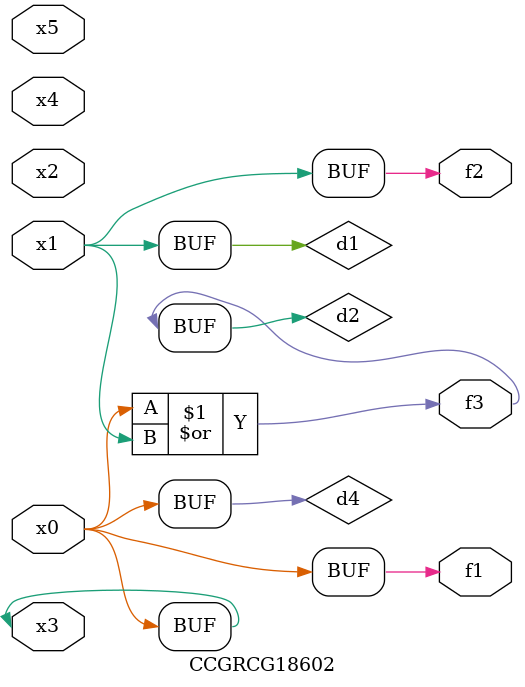
<source format=v>
module CCGRCG18602(
	input x0, x1, x2, x3, x4, x5,
	output f1, f2, f3
);

	wire d1, d2, d3, d4;

	and (d1, x1);
	or (d2, x0, x1);
	nand (d3, x0, x5);
	buf (d4, x0, x3);
	assign f1 = d4;
	assign f2 = d1;
	assign f3 = d2;
endmodule

</source>
